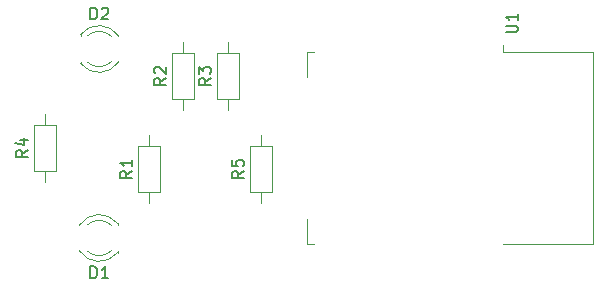
<source format=gbr>
G04 #@! TF.GenerationSoftware,KiCad,Pcbnew,5.1.4+dfsg1-1~bpo10+1*
G04 #@! TF.CreationDate,2022-08-06T21:23:58+05:30*
G04 #@! TF.ProjectId,esp2s,65737032-732e-46b6-9963-61645f706362,rev?*
G04 #@! TF.SameCoordinates,Original*
G04 #@! TF.FileFunction,Legend,Top*
G04 #@! TF.FilePolarity,Positive*
%FSLAX46Y46*%
G04 Gerber Fmt 4.6, Leading zero omitted, Abs format (unit mm)*
G04 Created by KiCad (PCBNEW 5.1.4+dfsg1-1~bpo10+1) date 2022-08-06 21:23:58*
%MOMM*%
%LPD*%
G04 APERTURE LIST*
%ADD10C,0.120000*%
%ADD11C,0.150000*%
G04 APERTURE END LIST*
D10*
X113974000Y-46998000D02*
X113974000Y-46388000D01*
X113974000Y-46998000D02*
X121594000Y-46998000D01*
X97354000Y-46998000D02*
X97974000Y-46998000D01*
X97354000Y-49118000D02*
X97354000Y-46998000D01*
X97354000Y-63238000D02*
X97354000Y-61118000D01*
X97974000Y-63238000D02*
X97354000Y-63238000D01*
X121594000Y-63238000D02*
X113974000Y-63238000D01*
X121594000Y-46998000D02*
X121594000Y-63238000D01*
X93472000Y-54026000D02*
X93472000Y-54976000D01*
X93472000Y-59766000D02*
X93472000Y-58816000D01*
X92552000Y-54976000D02*
X92552000Y-58816000D01*
X94392000Y-54976000D02*
X92552000Y-54976000D01*
X94392000Y-58816000D02*
X94392000Y-54976000D01*
X92552000Y-58816000D02*
X94392000Y-58816000D01*
X75184000Y-52248000D02*
X75184000Y-53198000D01*
X75184000Y-57988000D02*
X75184000Y-57038000D01*
X74264000Y-53198000D02*
X74264000Y-57038000D01*
X76104000Y-53198000D02*
X74264000Y-53198000D01*
X76104000Y-57038000D02*
X76104000Y-53198000D01*
X74264000Y-57038000D02*
X76104000Y-57038000D01*
X90678000Y-46152000D02*
X90678000Y-47102000D01*
X90678000Y-51892000D02*
X90678000Y-50942000D01*
X89758000Y-47102000D02*
X89758000Y-50942000D01*
X91598000Y-47102000D02*
X89758000Y-47102000D01*
X91598000Y-50942000D02*
X91598000Y-47102000D01*
X89758000Y-50942000D02*
X91598000Y-50942000D01*
X86868000Y-46152000D02*
X86868000Y-47102000D01*
X86868000Y-51892000D02*
X86868000Y-50942000D01*
X85948000Y-47102000D02*
X85948000Y-50942000D01*
X87788000Y-47102000D02*
X85948000Y-47102000D01*
X87788000Y-50942000D02*
X87788000Y-47102000D01*
X85948000Y-50942000D02*
X87788000Y-50942000D01*
X84010500Y-54026000D02*
X84010500Y-54976000D01*
X84010500Y-59766000D02*
X84010500Y-58816000D01*
X83090500Y-54976000D02*
X83090500Y-58816000D01*
X84930500Y-54976000D02*
X83090500Y-54976000D01*
X84930500Y-58816000D02*
X84930500Y-54976000D01*
X83090500Y-58816000D02*
X84930500Y-58816000D01*
X78196000Y-47816000D02*
X78196000Y-47972000D01*
X78196000Y-45500000D02*
X78196000Y-45656000D01*
X80797130Y-47815837D02*
G75*
G02X78715039Y-47816000I-1041130J1079837D01*
G01*
X80797130Y-45656163D02*
G75*
G03X78715039Y-45656000I-1041130J-1079837D01*
G01*
X81428335Y-47814608D02*
G75*
G02X78196000Y-47971516I-1672335J1078608D01*
G01*
X81428335Y-45657392D02*
G75*
G03X78196000Y-45500484I-1672335J-1078608D01*
G01*
X81316000Y-61658000D02*
X81316000Y-61502000D01*
X81316000Y-63974000D02*
X81316000Y-63818000D01*
X78714870Y-61658163D02*
G75*
G02X80796961Y-61658000I1041130J-1079837D01*
G01*
X78714870Y-63817837D02*
G75*
G03X80796961Y-63818000I1041130J1079837D01*
G01*
X78083665Y-61659392D02*
G75*
G02X81316000Y-61502484I1672335J-1078608D01*
G01*
X78083665Y-63816608D02*
G75*
G03X81316000Y-63973516I1672335J1078608D01*
G01*
D11*
X114186380Y-45319904D02*
X114995904Y-45319904D01*
X115091142Y-45272285D01*
X115138761Y-45224666D01*
X115186380Y-45129428D01*
X115186380Y-44938952D01*
X115138761Y-44843714D01*
X115091142Y-44796095D01*
X114995904Y-44748476D01*
X114186380Y-44748476D01*
X115186380Y-43748476D02*
X115186380Y-44319904D01*
X115186380Y-44034190D02*
X114186380Y-44034190D01*
X114329238Y-44129428D01*
X114424476Y-44224666D01*
X114472095Y-44319904D01*
X92004380Y-57062666D02*
X91528190Y-57396000D01*
X92004380Y-57634095D02*
X91004380Y-57634095D01*
X91004380Y-57253142D01*
X91052000Y-57157904D01*
X91099619Y-57110285D01*
X91194857Y-57062666D01*
X91337714Y-57062666D01*
X91432952Y-57110285D01*
X91480571Y-57157904D01*
X91528190Y-57253142D01*
X91528190Y-57634095D01*
X91004380Y-56157904D02*
X91004380Y-56634095D01*
X91480571Y-56681714D01*
X91432952Y-56634095D01*
X91385333Y-56538857D01*
X91385333Y-56300761D01*
X91432952Y-56205523D01*
X91480571Y-56157904D01*
X91575809Y-56110285D01*
X91813904Y-56110285D01*
X91909142Y-56157904D01*
X91956761Y-56205523D01*
X92004380Y-56300761D01*
X92004380Y-56538857D01*
X91956761Y-56634095D01*
X91909142Y-56681714D01*
X73716380Y-55284666D02*
X73240190Y-55618000D01*
X73716380Y-55856095D02*
X72716380Y-55856095D01*
X72716380Y-55475142D01*
X72764000Y-55379904D01*
X72811619Y-55332285D01*
X72906857Y-55284666D01*
X73049714Y-55284666D01*
X73144952Y-55332285D01*
X73192571Y-55379904D01*
X73240190Y-55475142D01*
X73240190Y-55856095D01*
X73049714Y-54427523D02*
X73716380Y-54427523D01*
X72668761Y-54665619D02*
X73383047Y-54903714D01*
X73383047Y-54284666D01*
X89210380Y-49188666D02*
X88734190Y-49522000D01*
X89210380Y-49760095D02*
X88210380Y-49760095D01*
X88210380Y-49379142D01*
X88258000Y-49283904D01*
X88305619Y-49236285D01*
X88400857Y-49188666D01*
X88543714Y-49188666D01*
X88638952Y-49236285D01*
X88686571Y-49283904D01*
X88734190Y-49379142D01*
X88734190Y-49760095D01*
X88210380Y-48855333D02*
X88210380Y-48236285D01*
X88591333Y-48569619D01*
X88591333Y-48426761D01*
X88638952Y-48331523D01*
X88686571Y-48283904D01*
X88781809Y-48236285D01*
X89019904Y-48236285D01*
X89115142Y-48283904D01*
X89162761Y-48331523D01*
X89210380Y-48426761D01*
X89210380Y-48712476D01*
X89162761Y-48807714D01*
X89115142Y-48855333D01*
X85400380Y-49188666D02*
X84924190Y-49522000D01*
X85400380Y-49760095D02*
X84400380Y-49760095D01*
X84400380Y-49379142D01*
X84448000Y-49283904D01*
X84495619Y-49236285D01*
X84590857Y-49188666D01*
X84733714Y-49188666D01*
X84828952Y-49236285D01*
X84876571Y-49283904D01*
X84924190Y-49379142D01*
X84924190Y-49760095D01*
X84495619Y-48807714D02*
X84448000Y-48760095D01*
X84400380Y-48664857D01*
X84400380Y-48426761D01*
X84448000Y-48331523D01*
X84495619Y-48283904D01*
X84590857Y-48236285D01*
X84686095Y-48236285D01*
X84828952Y-48283904D01*
X85400380Y-48855333D01*
X85400380Y-48236285D01*
X82542880Y-57062666D02*
X82066690Y-57396000D01*
X82542880Y-57634095D02*
X81542880Y-57634095D01*
X81542880Y-57253142D01*
X81590500Y-57157904D01*
X81638119Y-57110285D01*
X81733357Y-57062666D01*
X81876214Y-57062666D01*
X81971452Y-57110285D01*
X82019071Y-57157904D01*
X82066690Y-57253142D01*
X82066690Y-57634095D01*
X82542880Y-56110285D02*
X82542880Y-56681714D01*
X82542880Y-56396000D02*
X81542880Y-56396000D01*
X81685738Y-56491238D01*
X81780976Y-56586476D01*
X81828595Y-56681714D01*
X79017904Y-44228380D02*
X79017904Y-43228380D01*
X79256000Y-43228380D01*
X79398857Y-43276000D01*
X79494095Y-43371238D01*
X79541714Y-43466476D01*
X79589333Y-43656952D01*
X79589333Y-43799809D01*
X79541714Y-43990285D01*
X79494095Y-44085523D01*
X79398857Y-44180761D01*
X79256000Y-44228380D01*
X79017904Y-44228380D01*
X79970285Y-43323619D02*
X80017904Y-43276000D01*
X80113142Y-43228380D01*
X80351238Y-43228380D01*
X80446476Y-43276000D01*
X80494095Y-43323619D01*
X80541714Y-43418857D01*
X80541714Y-43514095D01*
X80494095Y-43656952D01*
X79922666Y-44228380D01*
X80541714Y-44228380D01*
X79017904Y-66150380D02*
X79017904Y-65150380D01*
X79256000Y-65150380D01*
X79398857Y-65198000D01*
X79494095Y-65293238D01*
X79541714Y-65388476D01*
X79589333Y-65578952D01*
X79589333Y-65721809D01*
X79541714Y-65912285D01*
X79494095Y-66007523D01*
X79398857Y-66102761D01*
X79256000Y-66150380D01*
X79017904Y-66150380D01*
X80541714Y-66150380D02*
X79970285Y-66150380D01*
X80256000Y-66150380D02*
X80256000Y-65150380D01*
X80160761Y-65293238D01*
X80065523Y-65388476D01*
X79970285Y-65436095D01*
M02*

</source>
